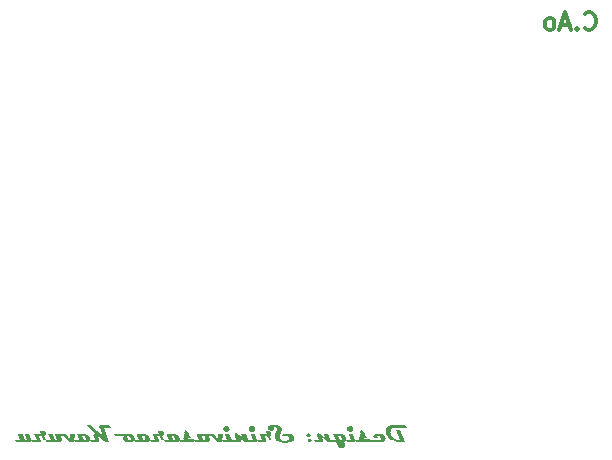
<source format=gbr>
%TF.GenerationSoftware,KiCad,Pcbnew,9.0.0*%
%TF.CreationDate,2025-03-02T18:11:32+05:30*%
%TF.ProjectId,PWM Interface Board to C2000 MCU,50574d20-496e-4746-9572-666163652042,rev?*%
%TF.SameCoordinates,Original*%
%TF.FileFunction,Legend,Bot*%
%TF.FilePolarity,Positive*%
%FSLAX46Y46*%
G04 Gerber Fmt 4.6, Leading zero omitted, Abs format (unit mm)*
G04 Created by KiCad (PCBNEW 9.0.0) date 2025-03-02 18:11:32*
%MOMM*%
%LPD*%
G01*
G04 APERTURE LIST*
%ADD10C,0.150000*%
%ADD11C,0.300000*%
G04 APERTURE END LIST*
D10*
G36*
X61711959Y-70781645D02*
G01*
X61719342Y-70872181D01*
X61742257Y-70967597D01*
X61782394Y-71069193D01*
X61842110Y-71178234D01*
X61916011Y-71282102D01*
X62002060Y-71376372D01*
X62101001Y-71461588D01*
X62213897Y-71538009D01*
X62342105Y-71605598D01*
X62495320Y-71666330D01*
X62654016Y-71709789D01*
X62819144Y-71736102D01*
X62991761Y-71745000D01*
X63329915Y-71745000D01*
X62958971Y-70695732D01*
X62589035Y-70695732D01*
X62903650Y-71580868D01*
X62805221Y-71573464D01*
X62706383Y-71550996D01*
X62606137Y-71512609D01*
X62503580Y-71456854D01*
X62408544Y-71389094D01*
X62329593Y-71315591D01*
X62265141Y-71236163D01*
X62214061Y-71150299D01*
X62165178Y-71040025D01*
X62139639Y-70951994D01*
X62132087Y-70881754D01*
X62139295Y-70793586D01*
X62159027Y-70724457D01*
X62189496Y-70670419D01*
X62230456Y-70628596D01*
X62293089Y-70593557D01*
X62380650Y-70569879D01*
X62500924Y-70560910D01*
X63491756Y-70560910D01*
X63333945Y-70302990D01*
X62342105Y-70302990D01*
X62212949Y-70310483D01*
X62099954Y-70331822D01*
X62000884Y-70365744D01*
X61913825Y-70411617D01*
X61839963Y-70468538D01*
X61784302Y-70532798D01*
X61744723Y-70605206D01*
X61720416Y-70687386D01*
X61711959Y-70781645D01*
G37*
G36*
X60387460Y-71580868D02*
G01*
X60407715Y-71629338D01*
X60439961Y-71670354D01*
X60485829Y-71704974D01*
X60558377Y-71734736D01*
X60642633Y-71745000D01*
X61213428Y-71745000D01*
X61370044Y-71736101D01*
X61487187Y-71712465D01*
X61573114Y-71677742D01*
X61634662Y-71634089D01*
X61676861Y-71581897D01*
X61702432Y-71519698D01*
X61711409Y-71444398D01*
X61700644Y-71352641D01*
X61669450Y-71273349D01*
X61617387Y-71203576D01*
X61541325Y-71141781D01*
X61466393Y-71101305D01*
X61384157Y-71071905D01*
X61293456Y-71053730D01*
X61192912Y-71047442D01*
X61044351Y-71047442D01*
X60958282Y-71052233D01*
X60882571Y-71065901D01*
X60815832Y-71087650D01*
X60754361Y-71120524D01*
X60713469Y-71158234D01*
X60688818Y-71201042D01*
X60678537Y-71250683D01*
X60682975Y-71302544D01*
X60701039Y-71349456D01*
X60733746Y-71393098D01*
X60784050Y-71434323D01*
X61123211Y-71434323D01*
X61012569Y-71211573D01*
X61228724Y-71211573D01*
X61312805Y-71458777D01*
X61319949Y-71497795D01*
X61312702Y-71532032D01*
X61291589Y-71556776D01*
X61252662Y-71573921D01*
X61186775Y-71580868D01*
X60387460Y-71580868D01*
G37*
G36*
X59155377Y-71580868D02*
G01*
X59165269Y-71622846D01*
X59190272Y-71661191D01*
X59233779Y-71697281D01*
X59285009Y-71723861D01*
X59338820Y-71739670D01*
X59396170Y-71745000D01*
X60174969Y-71745000D01*
X60268392Y-71737372D01*
X60330067Y-71717972D01*
X60369090Y-71690189D01*
X60391537Y-71654448D01*
X60399367Y-71608071D01*
X60397352Y-71581418D01*
X60386487Y-71543802D01*
X60365107Y-71512527D01*
X60331773Y-71486346D01*
X60279710Y-71464593D01*
X60219024Y-71457770D01*
X60147559Y-71469586D01*
X60050232Y-71507148D01*
X59918789Y-71580868D01*
X59887622Y-71533616D01*
X59870120Y-71488169D01*
X59864475Y-71443390D01*
X59872211Y-71398465D01*
X59908531Y-71284296D01*
X60024302Y-71387428D01*
X60229282Y-71387428D01*
X59956707Y-71137568D01*
X59982261Y-71085177D01*
X59992374Y-71045668D01*
X59996641Y-70998990D01*
X59744583Y-70730903D01*
X59663530Y-70754186D01*
X59612983Y-70787681D01*
X59584371Y-70830418D01*
X59574498Y-70885417D01*
X59585409Y-70955946D01*
X59618553Y-71021522D01*
X59541708Y-71221923D01*
X59504771Y-71345945D01*
X59494631Y-71430567D01*
X59502304Y-71486136D01*
X59525037Y-71535631D01*
X59564240Y-71580868D01*
X59155377Y-71580868D01*
G37*
G36*
X58450859Y-70624841D02*
G01*
X58459671Y-70689945D01*
X58485671Y-70747514D01*
X58530268Y-70799688D01*
X58586669Y-70839567D01*
X58649667Y-70863405D01*
X58721327Y-70871587D01*
X58794386Y-70863353D01*
X58858051Y-70839466D01*
X58914493Y-70799688D01*
X58959090Y-70747514D01*
X58985090Y-70689945D01*
X58993902Y-70624841D01*
X58985120Y-70560464D01*
X58959152Y-70503278D01*
X58914493Y-70451184D01*
X58858045Y-70411352D01*
X58794380Y-70387436D01*
X58721327Y-70379193D01*
X58649673Y-70387385D01*
X58586675Y-70411251D01*
X58530268Y-70451184D01*
X58485608Y-70503278D01*
X58459640Y-70560464D01*
X58450859Y-70624841D01*
G37*
G36*
X58377036Y-71580868D02*
G01*
X58401351Y-71636108D01*
X58437774Y-71680019D01*
X58487678Y-71714225D01*
X58550360Y-71737227D01*
X58618837Y-71745000D01*
X59023669Y-71745000D01*
X59092477Y-71735914D01*
X59135584Y-71712479D01*
X59160895Y-71676047D01*
X59170123Y-71622084D01*
X59166726Y-71586853D01*
X59155835Y-71547254D01*
X58977507Y-71047442D01*
X58605556Y-71047442D01*
X58795150Y-71580868D01*
X58377036Y-71580868D01*
G37*
G36*
X58000776Y-71056520D02*
G01*
X58105047Y-71082343D01*
X58195411Y-71123646D01*
X58264128Y-71171929D01*
X58318531Y-71229494D01*
X58360063Y-71297223D01*
X58389126Y-71376803D01*
X58399196Y-71422850D01*
X58402407Y-71465372D01*
X58394157Y-71534508D01*
X58370078Y-71595210D01*
X58329592Y-71649562D01*
X58284662Y-71688932D01*
X58232155Y-71718728D01*
X58170773Y-71739138D01*
X58224350Y-71777687D01*
X58264353Y-71834440D01*
X58290908Y-71914448D01*
X58300924Y-72025451D01*
X58292730Y-72098186D01*
X58269796Y-72156172D01*
X58232780Y-72202772D01*
X58183845Y-72237428D01*
X58123894Y-72259007D01*
X58049873Y-72266702D01*
X57952261Y-72256428D01*
X57865366Y-72226461D01*
X57786735Y-72176541D01*
X57714833Y-72104403D01*
X57661065Y-72026155D01*
X57600766Y-71909888D01*
X57545443Y-71774309D01*
X57902320Y-71774309D01*
X58026334Y-72109807D01*
X58059289Y-72079054D01*
X58078293Y-72043609D01*
X58084769Y-72001729D01*
X58078796Y-71953184D01*
X58060170Y-71903097D01*
X58026884Y-71850238D01*
X57984302Y-71805631D01*
X57943343Y-71781816D01*
X57902320Y-71774309D01*
X57545443Y-71774309D01*
X57533483Y-71745000D01*
X57351125Y-71745000D01*
X57245494Y-71736597D01*
X57167820Y-71714245D01*
X57111562Y-71680791D01*
X57071994Y-71636884D01*
X57046768Y-71580868D01*
X57481184Y-71580868D01*
X57351385Y-71211573D01*
X57721977Y-71211573D01*
X57854143Y-71604316D01*
X57878231Y-71605323D01*
X57902320Y-71606331D01*
X57964069Y-71599276D01*
X58001297Y-71581604D01*
X58022067Y-71555430D01*
X58029357Y-71518312D01*
X58022213Y-71474806D01*
X57940239Y-71211573D01*
X57721977Y-71211573D01*
X57351385Y-71211573D01*
X57293697Y-71047442D01*
X57879788Y-71047442D01*
X58000776Y-71056520D01*
G37*
G36*
X55655499Y-71580868D02*
G01*
X55680273Y-71635561D01*
X55718871Y-71679542D01*
X55773377Y-71714225D01*
X55839917Y-71737244D01*
X55911680Y-71745000D01*
X56320542Y-71745000D01*
X56389360Y-71737446D01*
X56430428Y-71718669D01*
X56453018Y-71691220D01*
X56460860Y-71652767D01*
X56457603Y-71621066D01*
X56446571Y-71581051D01*
X56368719Y-71358119D01*
X56721161Y-71658354D01*
X56807434Y-71710880D01*
X56873816Y-71737374D01*
X56925135Y-71745000D01*
X57113629Y-71745000D01*
X56868715Y-71047442D01*
X56498778Y-71047442D01*
X56614641Y-71373964D01*
X56302132Y-71117601D01*
X56235518Y-71071568D01*
X56167986Y-71040374D01*
X56098661Y-71022718D01*
X56026443Y-71018133D01*
X55981169Y-71026932D01*
X55951390Y-71046826D01*
X55932974Y-71078222D01*
X55926059Y-71125661D01*
X55929873Y-71164741D01*
X55942454Y-71211482D01*
X56074620Y-71580868D01*
X55655499Y-71580868D01*
G37*
G36*
X55014453Y-71182264D02*
G01*
X55020280Y-71225106D01*
X55037528Y-71263298D01*
X55067210Y-71298218D01*
X55104721Y-71324923D01*
X55146780Y-71340903D01*
X55194796Y-71346395D01*
X55241386Y-71340935D01*
X55282423Y-71324992D01*
X55319269Y-71298218D01*
X55348339Y-71263371D01*
X55365284Y-71225174D01*
X55371017Y-71182264D01*
X55365240Y-71139388D01*
X55348155Y-71101225D01*
X55318811Y-71066401D01*
X55281596Y-71039609D01*
X55240018Y-71023619D01*
X55192690Y-71018133D01*
X55145425Y-71023618D01*
X55103908Y-71039607D01*
X55066752Y-71066401D01*
X55037351Y-71101232D01*
X55020240Y-71139395D01*
X55014453Y-71182264D01*
G37*
G36*
X55110716Y-71610177D02*
G01*
X55116500Y-71653050D01*
X55133610Y-71691245D01*
X55163014Y-71726132D01*
X55200163Y-71752871D01*
X55241681Y-71768832D01*
X55288952Y-71774309D01*
X55336939Y-71768795D01*
X55378643Y-71752801D01*
X55415531Y-71726132D01*
X55444601Y-71691284D01*
X55461546Y-71653087D01*
X55467280Y-71610177D01*
X55461544Y-71567271D01*
X55444598Y-71529106D01*
X55415531Y-71494315D01*
X55378637Y-71467591D01*
X55336933Y-71451569D01*
X55288952Y-71446046D01*
X55241687Y-71451532D01*
X55200170Y-71467521D01*
X55163014Y-71494315D01*
X55133614Y-71529145D01*
X55116502Y-71567308D01*
X55110716Y-71610177D01*
G37*
G36*
X51765901Y-70550744D02*
G01*
X51774765Y-70614743D01*
X51801023Y-70671714D01*
X51846318Y-70723759D01*
X51903346Y-70763458D01*
X51967049Y-70787222D01*
X52039484Y-70795383D01*
X52111900Y-70787203D01*
X52175442Y-70763405D01*
X52232192Y-70723668D01*
X52277138Y-70671600D01*
X52303239Y-70614507D01*
X52312059Y-70550286D01*
X52303816Y-70488828D01*
X52362251Y-70484706D01*
X52435431Y-70494355D01*
X52481259Y-70519235D01*
X52508154Y-70557894D01*
X52517956Y-70615132D01*
X52501858Y-70700130D01*
X52426273Y-70914085D01*
X52370831Y-71072567D01*
X52342639Y-71190937D01*
X52334590Y-71277702D01*
X52343014Y-71366603D01*
X52367528Y-71446111D01*
X52408051Y-71518204D01*
X52465898Y-71584238D01*
X52543670Y-71644836D01*
X52645084Y-71699845D01*
X52761366Y-71743865D01*
X52889473Y-71776336D01*
X53030855Y-71796589D01*
X53187120Y-71803618D01*
X53375178Y-71794199D01*
X53542013Y-71767269D01*
X53690230Y-71724392D01*
X53794665Y-71678730D01*
X53872723Y-71628604D01*
X53929243Y-71574598D01*
X53967870Y-71516477D01*
X53990809Y-71453163D01*
X53998617Y-71382848D01*
X53988499Y-71299339D01*
X53959616Y-71230179D01*
X53911789Y-71171943D01*
X53841766Y-71123061D01*
X53743667Y-71084065D01*
X53609567Y-71057467D01*
X53429928Y-71047442D01*
X53039567Y-71047442D01*
X52964737Y-71211573D01*
X53269094Y-71211573D01*
X53378938Y-71222111D01*
X53468946Y-71251690D01*
X53519719Y-71282964D01*
X53553272Y-71318685D01*
X53572880Y-71359432D01*
X53579588Y-71407028D01*
X53571028Y-71459244D01*
X53545237Y-71505955D01*
X53499258Y-71549137D01*
X53426905Y-71589112D01*
X53346997Y-71616965D01*
X53263250Y-71633790D01*
X53174847Y-71639487D01*
X53063539Y-71630476D01*
X52969973Y-71605069D01*
X52890915Y-71564657D01*
X52832503Y-71516261D01*
X52791972Y-71460102D01*
X52767344Y-71394710D01*
X52758749Y-71317452D01*
X52765958Y-71244332D01*
X52791617Y-71141281D01*
X52842829Y-70999540D01*
X52893777Y-70857849D01*
X52919518Y-70753170D01*
X52926818Y-70677414D01*
X52918107Y-70594920D01*
X52893218Y-70525102D01*
X52852455Y-70465169D01*
X52794057Y-70413476D01*
X52714400Y-70369735D01*
X52608336Y-70335027D01*
X52469502Y-70311666D01*
X52290535Y-70302990D01*
X52037469Y-70302990D01*
X51970322Y-70310821D01*
X51908715Y-70334053D01*
X51850990Y-70373606D01*
X51802802Y-70427871D01*
X51775154Y-70486218D01*
X51765901Y-70550744D01*
G37*
G36*
X50847518Y-71580868D02*
G01*
X50855643Y-71624645D01*
X50880594Y-71664428D01*
X50926378Y-71701952D01*
X50998310Y-71734443D01*
X51071916Y-71745000D01*
X51464384Y-71745000D01*
X51537747Y-71735403D01*
X51583591Y-71710696D01*
X51610421Y-71672410D01*
X51620180Y-71615856D01*
X51617008Y-71582700D01*
X51606808Y-71545148D01*
X51491037Y-71211573D01*
X51709298Y-71211573D01*
X51823054Y-71505947D01*
X51848956Y-71546957D01*
X51888606Y-71571731D01*
X51947069Y-71580868D01*
X52055696Y-71580868D01*
X51921423Y-71211573D01*
X51979120Y-71188212D01*
X52024463Y-71147276D01*
X52053952Y-71093680D01*
X52063847Y-71032329D01*
X52056955Y-70976271D01*
X52036978Y-70928137D01*
X52003496Y-70886007D01*
X51954213Y-70848964D01*
X51891353Y-70819836D01*
X51819542Y-70801723D01*
X51736959Y-70795383D01*
X51570996Y-70795383D01*
X51657091Y-71047442D01*
X51090417Y-71047442D01*
X51276897Y-71580868D01*
X50847518Y-71580868D01*
G37*
G36*
X50140252Y-70624841D02*
G01*
X50149064Y-70689945D01*
X50175064Y-70747514D01*
X50219661Y-70799688D01*
X50276061Y-70839567D01*
X50339060Y-70863405D01*
X50410720Y-70871587D01*
X50483779Y-70863353D01*
X50547444Y-70839466D01*
X50603886Y-70799688D01*
X50648483Y-70747514D01*
X50674482Y-70689945D01*
X50683295Y-70624841D01*
X50674513Y-70560464D01*
X50648545Y-70503278D01*
X50603886Y-70451184D01*
X50547438Y-70411352D01*
X50483773Y-70387436D01*
X50410720Y-70379193D01*
X50339066Y-70387385D01*
X50276068Y-70411251D01*
X50219661Y-70451184D01*
X50175001Y-70503278D01*
X50149033Y-70560464D01*
X50140252Y-70624841D01*
G37*
G36*
X50066429Y-71580868D02*
G01*
X50090744Y-71636108D01*
X50127167Y-71680019D01*
X50177071Y-71714225D01*
X50239753Y-71737227D01*
X50308230Y-71745000D01*
X50713062Y-71745000D01*
X50781870Y-71735914D01*
X50824977Y-71712479D01*
X50850288Y-71676047D01*
X50859516Y-71622084D01*
X50856119Y-71586853D01*
X50845228Y-71547254D01*
X50666900Y-71047442D01*
X50294949Y-71047442D01*
X50484542Y-71580868D01*
X50066429Y-71580868D01*
G37*
G36*
X48662338Y-71580868D02*
G01*
X48687112Y-71635561D01*
X48725710Y-71679542D01*
X48780216Y-71714225D01*
X48846756Y-71737244D01*
X48918518Y-71745000D01*
X49327381Y-71745000D01*
X49396199Y-71737446D01*
X49437267Y-71718669D01*
X49459857Y-71691220D01*
X49467698Y-71652767D01*
X49464442Y-71621066D01*
X49453410Y-71581051D01*
X49375558Y-71358119D01*
X49728000Y-71658354D01*
X49814272Y-71710880D01*
X49880655Y-71737374D01*
X49931974Y-71745000D01*
X50120468Y-71745000D01*
X49875553Y-71047442D01*
X49505617Y-71047442D01*
X49621480Y-71373964D01*
X49308971Y-71117601D01*
X49242357Y-71071568D01*
X49174825Y-71040374D01*
X49105500Y-71022718D01*
X49033282Y-71018133D01*
X48988008Y-71026932D01*
X48958228Y-71046826D01*
X48939812Y-71078222D01*
X48932898Y-71125661D01*
X48936711Y-71164741D01*
X48949293Y-71211482D01*
X49081459Y-71580868D01*
X48662338Y-71580868D01*
G37*
G36*
X47966979Y-70624841D02*
G01*
X47975791Y-70689945D01*
X48001791Y-70747514D01*
X48046388Y-70799688D01*
X48102789Y-70839567D01*
X48165787Y-70863405D01*
X48237447Y-70871587D01*
X48310506Y-70863353D01*
X48374171Y-70839466D01*
X48430613Y-70799688D01*
X48475210Y-70747514D01*
X48501210Y-70689945D01*
X48510022Y-70624841D01*
X48501240Y-70560464D01*
X48475272Y-70503278D01*
X48430613Y-70451184D01*
X48374165Y-70411352D01*
X48310500Y-70387436D01*
X48237447Y-70379193D01*
X48165793Y-70387385D01*
X48102795Y-70411251D01*
X48046388Y-70451184D01*
X48001729Y-70503278D01*
X47975760Y-70560464D01*
X47966979Y-70624841D01*
G37*
G36*
X47893156Y-71580868D02*
G01*
X47917471Y-71636108D01*
X47953894Y-71680019D01*
X48003798Y-71714225D01*
X48066480Y-71737227D01*
X48134957Y-71745000D01*
X48539789Y-71745000D01*
X48608597Y-71735914D01*
X48651704Y-71712479D01*
X48677015Y-71676047D01*
X48686243Y-71622084D01*
X48682846Y-71586853D01*
X48671955Y-71547254D01*
X48493627Y-71047442D01*
X48121676Y-71047442D01*
X48311270Y-71580868D01*
X47893156Y-71580868D01*
G37*
G36*
X46354884Y-71047442D02*
G01*
X46379146Y-71102047D01*
X46417661Y-71146028D01*
X46472670Y-71180799D01*
X46539289Y-71203820D01*
X46611065Y-71211573D01*
X47041359Y-71211573D01*
X47474768Y-71745000D01*
X47884638Y-71745000D01*
X47928785Y-71047442D01*
X47556742Y-71047442D01*
X47550606Y-71552109D01*
X47166381Y-71047442D01*
X46354884Y-71047442D01*
G37*
G36*
X46425865Y-71055058D02*
G01*
X46522278Y-71076933D01*
X46608063Y-71112186D01*
X46684795Y-71160740D01*
X46756821Y-71229087D01*
X46807274Y-71307045D01*
X46838035Y-71396532D01*
X46848743Y-71500635D01*
X46839973Y-71577203D01*
X46814993Y-71640803D01*
X46774005Y-71694350D01*
X46720103Y-71734961D01*
X46656130Y-71759744D01*
X46579191Y-71768447D01*
X46500844Y-71760281D01*
X46430064Y-71736332D01*
X46365038Y-71696257D01*
X46304601Y-71638204D01*
X46295425Y-71682521D01*
X46268873Y-71714315D01*
X46220324Y-71736179D01*
X46138638Y-71745000D01*
X45750292Y-71745000D01*
X45670641Y-71737432D01*
X45608971Y-71716699D01*
X45561274Y-71684336D01*
X45524966Y-71639863D01*
X45499241Y-71580868D01*
X45924498Y-71580868D01*
X45791085Y-71211573D01*
X46160162Y-71211573D01*
X46290221Y-71581051D01*
X46379130Y-71573000D01*
X46429801Y-71553627D01*
X46455871Y-71526946D01*
X46464427Y-71491750D01*
X46458291Y-71450717D01*
X46386575Y-71211573D01*
X46160162Y-71211573D01*
X45791085Y-71211573D01*
X45731790Y-71047442D01*
X46316874Y-71047442D01*
X46425865Y-71055058D01*
G37*
G36*
X44263402Y-71580868D02*
G01*
X44273294Y-71622846D01*
X44298297Y-71661191D01*
X44341804Y-71697281D01*
X44393034Y-71723861D01*
X44446846Y-71739670D01*
X44504195Y-71745000D01*
X45282994Y-71745000D01*
X45376417Y-71737372D01*
X45438092Y-71717972D01*
X45477115Y-71690189D01*
X45499563Y-71654448D01*
X45507392Y-71608071D01*
X45505377Y-71581418D01*
X45494512Y-71543802D01*
X45473132Y-71512527D01*
X45439798Y-71486346D01*
X45387736Y-71464593D01*
X45327049Y-71457770D01*
X45255585Y-71469586D01*
X45158257Y-71507148D01*
X45026814Y-71580868D01*
X44995647Y-71533616D01*
X44978145Y-71488169D01*
X44972500Y-71443390D01*
X44980236Y-71398465D01*
X45016556Y-71284296D01*
X45132327Y-71387428D01*
X45337308Y-71387428D01*
X45064733Y-71137568D01*
X45090286Y-71085177D01*
X45100399Y-71045668D01*
X45104666Y-70998990D01*
X44852608Y-70730903D01*
X44771555Y-70754186D01*
X44721009Y-70787681D01*
X44692396Y-70830418D01*
X44682523Y-70885417D01*
X44693434Y-70955946D01*
X44726578Y-71021522D01*
X44649733Y-71221923D01*
X44612796Y-71345945D01*
X44602656Y-71430567D01*
X44610329Y-71486136D01*
X44633062Y-71535631D01*
X44672265Y-71580868D01*
X44263402Y-71580868D01*
G37*
G36*
X43868642Y-71055058D02*
G01*
X43965055Y-71076933D01*
X44050841Y-71112186D01*
X44127573Y-71160740D01*
X44199599Y-71229087D01*
X44250051Y-71307045D01*
X44280812Y-71396532D01*
X44291521Y-71500635D01*
X44282751Y-71577203D01*
X44257771Y-71640803D01*
X44216782Y-71694350D01*
X44162880Y-71734961D01*
X44098907Y-71759744D01*
X44021968Y-71768447D01*
X43943621Y-71760281D01*
X43872841Y-71736332D01*
X43807815Y-71696257D01*
X43747378Y-71638204D01*
X43738203Y-71682521D01*
X43711650Y-71714315D01*
X43663101Y-71736179D01*
X43581415Y-71745000D01*
X43193069Y-71745000D01*
X43113419Y-71737432D01*
X43051748Y-71716699D01*
X43004051Y-71684336D01*
X42967743Y-71639863D01*
X42942018Y-71580868D01*
X43367275Y-71580868D01*
X43233862Y-71211573D01*
X43602939Y-71211573D01*
X43732998Y-71581051D01*
X43821907Y-71573000D01*
X43872579Y-71553627D01*
X43898648Y-71526946D01*
X43907205Y-71491750D01*
X43901068Y-71450717D01*
X43829352Y-71211573D01*
X43602939Y-71211573D01*
X43233862Y-71211573D01*
X43174568Y-71047442D01*
X43759651Y-71047442D01*
X43868642Y-71055058D01*
G37*
G36*
X41744098Y-71580868D02*
G01*
X41752223Y-71624645D01*
X41777174Y-71664428D01*
X41822958Y-71701952D01*
X41894891Y-71734443D01*
X41968497Y-71745000D01*
X42360964Y-71745000D01*
X42434328Y-71735403D01*
X42480172Y-71710696D01*
X42507002Y-71672410D01*
X42516761Y-71615856D01*
X42513589Y-71582700D01*
X42503388Y-71545148D01*
X42387617Y-71211573D01*
X42605879Y-71211573D01*
X42719635Y-71505947D01*
X42745536Y-71546957D01*
X42785186Y-71571731D01*
X42843649Y-71580868D01*
X42952276Y-71580868D01*
X42818004Y-71211573D01*
X42875700Y-71188212D01*
X42921044Y-71147276D01*
X42950532Y-71093680D01*
X42960428Y-71032329D01*
X42953535Y-70976271D01*
X42933559Y-70928137D01*
X42900077Y-70886007D01*
X42850793Y-70848964D01*
X42787933Y-70819836D01*
X42716123Y-70801723D01*
X42633539Y-70795383D01*
X42467576Y-70795383D01*
X42553672Y-71047442D01*
X41986998Y-71047442D01*
X42173477Y-71580868D01*
X41744098Y-71580868D01*
G37*
G36*
X41346590Y-71055058D02*
G01*
X41443004Y-71076933D01*
X41528789Y-71112186D01*
X41605521Y-71160740D01*
X41677547Y-71229087D01*
X41728000Y-71307045D01*
X41758760Y-71396532D01*
X41769469Y-71500635D01*
X41760699Y-71577203D01*
X41735719Y-71640803D01*
X41694731Y-71694350D01*
X41640829Y-71734961D01*
X41576855Y-71759744D01*
X41499917Y-71768447D01*
X41421570Y-71760281D01*
X41350789Y-71736332D01*
X41285763Y-71696257D01*
X41225327Y-71638204D01*
X41216151Y-71682521D01*
X41189598Y-71714315D01*
X41141050Y-71736179D01*
X41059364Y-71745000D01*
X40671017Y-71745000D01*
X40591367Y-71737432D01*
X40529697Y-71716699D01*
X40482000Y-71684336D01*
X40445691Y-71639863D01*
X40419966Y-71580868D01*
X40845224Y-71580868D01*
X40711811Y-71211573D01*
X41080887Y-71211573D01*
X41210947Y-71581051D01*
X41299856Y-71573000D01*
X41350527Y-71553627D01*
X41376597Y-71526946D01*
X41385153Y-71491750D01*
X41379016Y-71450717D01*
X41307301Y-71211573D01*
X41080887Y-71211573D01*
X40711811Y-71211573D01*
X40652516Y-71047442D01*
X41237600Y-71047442D01*
X41346590Y-71055058D01*
G37*
G36*
X40063491Y-71054096D02*
G01*
X40159853Y-71072770D01*
X40241384Y-71101991D01*
X40310332Y-71140956D01*
X40367911Y-71189668D01*
X40412103Y-71245765D01*
X40444080Y-71310183D01*
X40464022Y-71384497D01*
X40469151Y-71439910D01*
X40461788Y-71507455D01*
X40440406Y-71566694D01*
X40404850Y-71619521D01*
X40353380Y-71667056D01*
X40286887Y-71707002D01*
X40204946Y-71737150D01*
X40104383Y-71756354D01*
X39981428Y-71762585D01*
X39876961Y-71755595D01*
X39787185Y-71736813D01*
X39709902Y-71707427D01*
X39643274Y-71667971D01*
X39582400Y-71614144D01*
X39537731Y-71552311D01*
X39507803Y-71481202D01*
X39492607Y-71398694D01*
X39494498Y-71352960D01*
X39510009Y-71294371D01*
X39536268Y-71241139D01*
X39565330Y-71211573D01*
X39794857Y-71211573D01*
X39931145Y-71603308D01*
X39964942Y-71604316D01*
X40047904Y-71596470D01*
X40095659Y-71577461D01*
X40120597Y-71550941D01*
X40128890Y-71515472D01*
X40121746Y-71476180D01*
X40029514Y-71211573D01*
X39794857Y-71211573D01*
X39565330Y-71211573D01*
X38923918Y-71211573D01*
X38842768Y-71203863D01*
X38781282Y-71182929D01*
X38734915Y-71150533D01*
X38700765Y-71106228D01*
X38677996Y-71047442D01*
X39949646Y-71047442D01*
X40063491Y-71054096D01*
G37*
G36*
X36365047Y-70302990D02*
G01*
X37203288Y-71047442D01*
X37125436Y-71047442D01*
X37058601Y-71056590D01*
X37016312Y-71080372D01*
X36991164Y-71117803D01*
X36981912Y-71173838D01*
X36986394Y-71217043D01*
X37001421Y-71270375D01*
X37110048Y-71580868D01*
X36684791Y-71580868D01*
X36709992Y-71637188D01*
X36749147Y-71681152D01*
X36804411Y-71714494D01*
X36880254Y-71736681D01*
X36982920Y-71745000D01*
X37341591Y-71745000D01*
X37412406Y-71736447D01*
X37455720Y-71714789D01*
X37480364Y-71682118D01*
X37489144Y-71634999D01*
X37479893Y-71580594D01*
X37343606Y-71170540D01*
X37878497Y-71648096D01*
X37955341Y-71702353D01*
X38037907Y-71734233D01*
X38128541Y-71745000D01*
X38300732Y-71745000D01*
X37882619Y-70560910D01*
X38455430Y-70560910D01*
X38298626Y-70302990D01*
X37660236Y-70302990D01*
X37590167Y-70309747D01*
X37542461Y-70327305D01*
X37510913Y-70353422D01*
X37491879Y-70388627D01*
X37485022Y-70436072D01*
X37489715Y-70482813D01*
X37505539Y-70541310D01*
X37754575Y-71274863D01*
X36684791Y-70302990D01*
X36365047Y-70302990D01*
G37*
G36*
X36290763Y-71055058D02*
G01*
X36387177Y-71076933D01*
X36472962Y-71112186D01*
X36549694Y-71160740D01*
X36621720Y-71229087D01*
X36672173Y-71307045D01*
X36702933Y-71396532D01*
X36713642Y-71500635D01*
X36704872Y-71577203D01*
X36679892Y-71640803D01*
X36638904Y-71694350D01*
X36585002Y-71734961D01*
X36521028Y-71759744D01*
X36444090Y-71768447D01*
X36365743Y-71760281D01*
X36294962Y-71736332D01*
X36229937Y-71696257D01*
X36169500Y-71638204D01*
X36160324Y-71682521D01*
X36133771Y-71714315D01*
X36085223Y-71736179D01*
X36003537Y-71745000D01*
X35615191Y-71745000D01*
X35535540Y-71737432D01*
X35473870Y-71716699D01*
X35426173Y-71684336D01*
X35389865Y-71639863D01*
X35364139Y-71580868D01*
X35789397Y-71580868D01*
X35655984Y-71211573D01*
X36025061Y-71211573D01*
X36155120Y-71581051D01*
X36244029Y-71573000D01*
X36294700Y-71553627D01*
X36320770Y-71526946D01*
X36329326Y-71491750D01*
X36323189Y-71450717D01*
X36251474Y-71211573D01*
X36025061Y-71211573D01*
X35655984Y-71211573D01*
X35596689Y-71047442D01*
X36181773Y-71047442D01*
X36290763Y-71055058D01*
G37*
G36*
X33828157Y-71047442D02*
G01*
X33852419Y-71102047D01*
X33890934Y-71146028D01*
X33945943Y-71180799D01*
X34012562Y-71203820D01*
X34084337Y-71211573D01*
X34514632Y-71211573D01*
X34948041Y-71745000D01*
X35357911Y-71745000D01*
X35402058Y-71047442D01*
X35030015Y-71047442D01*
X35023879Y-71552109D01*
X34639654Y-71047442D01*
X33828157Y-71047442D01*
G37*
G36*
X32936610Y-71580868D02*
G01*
X32956938Y-71633621D01*
X32988062Y-71676162D01*
X33030857Y-71710103D01*
X33090371Y-71736361D01*
X33152856Y-71745000D01*
X33581136Y-71745000D01*
X33655370Y-71737021D01*
X33699438Y-71717264D01*
X33723500Y-71688575D01*
X33731803Y-71648646D01*
X33775100Y-71690644D01*
X33824637Y-71720369D01*
X33881663Y-71738624D01*
X33948050Y-71745000D01*
X34128393Y-71745000D01*
X34182105Y-71739695D01*
X34224269Y-71725049D01*
X34257445Y-71701952D01*
X34281113Y-71672834D01*
X34295462Y-71638158D01*
X34300492Y-71596256D01*
X34297002Y-71559375D01*
X34286113Y-71520327D01*
X34114013Y-71047442D01*
X33742062Y-71047442D01*
X33933670Y-71580868D01*
X33725667Y-71580868D01*
X33535066Y-71047442D01*
X33167144Y-71047442D01*
X33353624Y-71580868D01*
X32936610Y-71580868D01*
G37*
G36*
X31740888Y-71580868D02*
G01*
X31749013Y-71624645D01*
X31773964Y-71664428D01*
X31819748Y-71701952D01*
X31891680Y-71734443D01*
X31965286Y-71745000D01*
X32357754Y-71745000D01*
X32431118Y-71735403D01*
X32476962Y-71710696D01*
X32503792Y-71672410D01*
X32513551Y-71615856D01*
X32510379Y-71582700D01*
X32500178Y-71545148D01*
X32384407Y-71211573D01*
X32602669Y-71211573D01*
X32716425Y-71505947D01*
X32742326Y-71546957D01*
X32781976Y-71571731D01*
X32840439Y-71580868D01*
X32949066Y-71580868D01*
X32814794Y-71211573D01*
X32872490Y-71188212D01*
X32917834Y-71147276D01*
X32947322Y-71093680D01*
X32957218Y-71032329D01*
X32950325Y-70976271D01*
X32930349Y-70928137D01*
X32896866Y-70886007D01*
X32847583Y-70848964D01*
X32784723Y-70819836D01*
X32712913Y-70801723D01*
X32630329Y-70795383D01*
X32464366Y-70795383D01*
X32550462Y-71047442D01*
X31983788Y-71047442D01*
X32170267Y-71580868D01*
X31740888Y-71580868D01*
G37*
G36*
X30380853Y-71580868D02*
G01*
X30401181Y-71633621D01*
X30432305Y-71676162D01*
X30475100Y-71710103D01*
X30534614Y-71736361D01*
X30597099Y-71745000D01*
X31025379Y-71745000D01*
X31099613Y-71737021D01*
X31143681Y-71717264D01*
X31167743Y-71688575D01*
X31176046Y-71648646D01*
X31219342Y-71690644D01*
X31268880Y-71720369D01*
X31325906Y-71738624D01*
X31392293Y-71745000D01*
X31572636Y-71745000D01*
X31626347Y-71739695D01*
X31668512Y-71725049D01*
X31701687Y-71701952D01*
X31725356Y-71672834D01*
X31739704Y-71638158D01*
X31744735Y-71596256D01*
X31741245Y-71559375D01*
X31730355Y-71520327D01*
X31558256Y-71047442D01*
X31186304Y-71047442D01*
X31377913Y-71580868D01*
X31169910Y-71580868D01*
X30979309Y-71047442D01*
X30611387Y-71047442D01*
X30797867Y-71580868D01*
X30380853Y-71580868D01*
G37*
D11*
X78584285Y-36715471D02*
X78655713Y-36786900D01*
X78655713Y-36786900D02*
X78869999Y-36858328D01*
X78869999Y-36858328D02*
X79012856Y-36858328D01*
X79012856Y-36858328D02*
X79227142Y-36786900D01*
X79227142Y-36786900D02*
X79369999Y-36644042D01*
X79369999Y-36644042D02*
X79441428Y-36501185D01*
X79441428Y-36501185D02*
X79512856Y-36215471D01*
X79512856Y-36215471D02*
X79512856Y-36001185D01*
X79512856Y-36001185D02*
X79441428Y-35715471D01*
X79441428Y-35715471D02*
X79369999Y-35572614D01*
X79369999Y-35572614D02*
X79227142Y-35429757D01*
X79227142Y-35429757D02*
X79012856Y-35358328D01*
X79012856Y-35358328D02*
X78869999Y-35358328D01*
X78869999Y-35358328D02*
X78655713Y-35429757D01*
X78655713Y-35429757D02*
X78584285Y-35501185D01*
X77941428Y-36715471D02*
X77869999Y-36786900D01*
X77869999Y-36786900D02*
X77941428Y-36858328D01*
X77941428Y-36858328D02*
X78012856Y-36786900D01*
X78012856Y-36786900D02*
X77941428Y-36715471D01*
X77941428Y-36715471D02*
X77941428Y-36858328D01*
X77298570Y-36429757D02*
X76584285Y-36429757D01*
X77441427Y-36858328D02*
X76941427Y-35358328D01*
X76941427Y-35358328D02*
X76441427Y-36858328D01*
X75727142Y-36858328D02*
X75869999Y-36786900D01*
X75869999Y-36786900D02*
X75941428Y-36715471D01*
X75941428Y-36715471D02*
X76012856Y-36572614D01*
X76012856Y-36572614D02*
X76012856Y-36144042D01*
X76012856Y-36144042D02*
X75941428Y-36001185D01*
X75941428Y-36001185D02*
X75869999Y-35929757D01*
X75869999Y-35929757D02*
X75727142Y-35858328D01*
X75727142Y-35858328D02*
X75512856Y-35858328D01*
X75512856Y-35858328D02*
X75369999Y-35929757D01*
X75369999Y-35929757D02*
X75298571Y-36001185D01*
X75298571Y-36001185D02*
X75227142Y-36144042D01*
X75227142Y-36144042D02*
X75227142Y-36572614D01*
X75227142Y-36572614D02*
X75298571Y-36715471D01*
X75298571Y-36715471D02*
X75369999Y-36786900D01*
X75369999Y-36786900D02*
X75512856Y-36858328D01*
X75512856Y-36858328D02*
X75727142Y-36858328D01*
M02*

</source>
